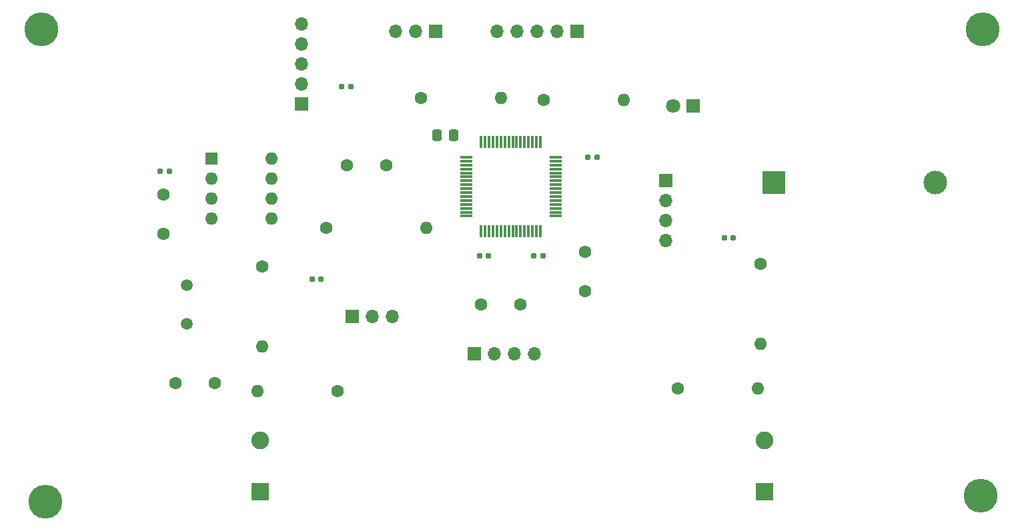
<source format=gts>
G04 #@! TF.GenerationSoftware,KiCad,Pcbnew,8.0.8*
G04 #@! TF.CreationDate,2025-02-09T14:04:56-05:00*
G04 #@! TF.ProjectId,AetherX_KiCad,41657468-6572-4585-9f4b-694361642e6b,rev?*
G04 #@! TF.SameCoordinates,Original*
G04 #@! TF.FileFunction,Soldermask,Top*
G04 #@! TF.FilePolarity,Negative*
%FSLAX46Y46*%
G04 Gerber Fmt 4.6, Leading zero omitted, Abs format (unit mm)*
G04 Created by KiCad (PCBNEW 8.0.8) date 2025-02-09 14:04:56*
%MOMM*%
%LPD*%
G01*
G04 APERTURE LIST*
G04 Aperture macros list*
%AMRoundRect*
0 Rectangle with rounded corners*
0 $1 Rounding radius*
0 $2 $3 $4 $5 $6 $7 $8 $9 X,Y pos of 4 corners*
0 Add a 4 corners polygon primitive as box body*
4,1,4,$2,$3,$4,$5,$6,$7,$8,$9,$2,$3,0*
0 Add four circle primitives for the rounded corners*
1,1,$1+$1,$2,$3*
1,1,$1+$1,$4,$5*
1,1,$1+$1,$6,$7*
1,1,$1+$1,$8,$9*
0 Add four rect primitives between the rounded corners*
20,1,$1+$1,$2,$3,$4,$5,0*
20,1,$1+$1,$4,$5,$6,$7,0*
20,1,$1+$1,$6,$7,$8,$9,0*
20,1,$1+$1,$8,$9,$2,$3,0*%
G04 Aperture macros list end*
%ADD10C,4.300000*%
%ADD11RoundRect,0.155000X-0.212500X-0.155000X0.212500X-0.155000X0.212500X0.155000X-0.212500X0.155000X0*%
%ADD12R,1.600000X1.600000*%
%ADD13O,1.600000X1.600000*%
%ADD14C,1.600000*%
%ADD15RoundRect,0.155000X0.212500X0.155000X-0.212500X0.155000X-0.212500X-0.155000X0.212500X-0.155000X0*%
%ADD16RoundRect,0.075000X-0.700000X-0.075000X0.700000X-0.075000X0.700000X0.075000X-0.700000X0.075000X0*%
%ADD17RoundRect,0.075000X-0.075000X-0.700000X0.075000X-0.700000X0.075000X0.700000X-0.075000X0.700000X0*%
%ADD18C,1.500000*%
%ADD19R,1.700000X1.700000*%
%ADD20O,1.700000X1.700000*%
%ADD21RoundRect,0.250000X0.337500X0.475000X-0.337500X0.475000X-0.337500X-0.475000X0.337500X-0.475000X0*%
%ADD22R,2.250000X2.250000*%
%ADD23C,2.250000*%
%ADD24R,1.800000X1.800000*%
%ADD25C,1.800000*%
%ADD26R,3.000000X3.000000*%
%ADD27C,3.000000*%
G04 APERTURE END LIST*
D10*
X102000000Y-69250000D03*
D11*
X136365000Y-101000000D03*
X137500000Y-101000000D03*
D12*
X123630000Y-85670000D03*
D13*
X123630000Y-88210000D03*
X123630000Y-90750000D03*
X123630000Y-93290000D03*
X131250000Y-93290000D03*
X131250000Y-90750000D03*
X131250000Y-88210000D03*
X131250000Y-85670000D03*
D14*
X165750000Y-78250000D03*
D13*
X175910000Y-78250000D03*
D15*
X165635000Y-98000000D03*
X164500000Y-98000000D03*
D16*
X155900000Y-85500000D03*
X155900000Y-86000000D03*
X155900000Y-86500000D03*
X155900000Y-87000000D03*
X155900000Y-87500000D03*
X155900000Y-88000000D03*
X155900000Y-88500000D03*
X155900000Y-89000000D03*
X155900000Y-89500000D03*
X155900000Y-90000000D03*
X155900000Y-90500000D03*
X155900000Y-91000000D03*
X155900000Y-91500000D03*
X155900000Y-92000000D03*
X155900000Y-92500000D03*
X155900000Y-93000000D03*
D17*
X157825000Y-94925000D03*
X158325000Y-94925000D03*
X158825000Y-94925000D03*
X159325000Y-94925000D03*
X159825000Y-94925000D03*
X160325000Y-94925000D03*
X160825000Y-94925000D03*
X161325000Y-94925000D03*
X161825000Y-94925000D03*
X162325000Y-94925000D03*
X162825000Y-94925000D03*
X163325000Y-94925000D03*
X163825000Y-94925000D03*
X164325000Y-94925000D03*
X164825000Y-94925000D03*
X165325000Y-94925000D03*
D16*
X167250000Y-93000000D03*
X167250000Y-92500000D03*
X167250000Y-92000000D03*
X167250000Y-91500000D03*
X167250000Y-91000000D03*
X167250000Y-90500000D03*
X167250000Y-90000000D03*
X167250000Y-89500000D03*
X167250000Y-89000000D03*
X167250000Y-88500000D03*
X167250000Y-88000000D03*
X167250000Y-87500000D03*
X167250000Y-87000000D03*
X167250000Y-86500000D03*
X167250000Y-86000000D03*
X167250000Y-85500000D03*
D17*
X165325000Y-83575000D03*
X164825000Y-83575000D03*
X164325000Y-83575000D03*
X163825000Y-83575000D03*
X163325000Y-83575000D03*
X162825000Y-83575000D03*
X162325000Y-83575000D03*
X161825000Y-83575000D03*
X161325000Y-83575000D03*
X160825000Y-83575000D03*
X160325000Y-83575000D03*
X159825000Y-83575000D03*
X159325000Y-83575000D03*
X158825000Y-83575000D03*
X158325000Y-83575000D03*
X157825000Y-83575000D03*
D14*
X182750000Y-114920000D03*
D13*
X192910000Y-114920000D03*
D15*
X158750000Y-98000000D03*
X157615000Y-98000000D03*
X118250000Y-87250000D03*
X117115000Y-87250000D03*
D14*
X139580000Y-115250000D03*
D13*
X129420000Y-115250000D03*
D18*
X120500000Y-101800000D03*
X120500000Y-106680000D03*
D19*
X181275000Y-88450000D03*
D20*
X181275000Y-90990000D03*
X181275000Y-93530000D03*
X181275000Y-96070000D03*
D21*
X154325000Y-82750000D03*
X152250000Y-82750000D03*
D14*
X117500000Y-95250000D03*
X117500000Y-90250000D03*
D19*
X152000000Y-69500000D03*
D20*
X149460000Y-69500000D03*
X146920000Y-69500000D03*
D14*
X138150000Y-94500000D03*
D13*
X150850000Y-94500000D03*
D14*
X140750000Y-86500000D03*
X145750000Y-86500000D03*
D11*
X171365000Y-85500000D03*
X172500000Y-85500000D03*
D19*
X170000000Y-69500000D03*
D20*
X167460000Y-69500000D03*
X164920000Y-69500000D03*
X162380000Y-69500000D03*
X159840000Y-69500000D03*
D14*
X162790000Y-104250000D03*
X157790000Y-104250000D03*
D22*
X129750000Y-128000000D03*
D23*
X129750000Y-121500000D03*
D14*
X193250000Y-99090000D03*
D13*
X193250000Y-109250000D03*
D10*
X102500000Y-129250000D03*
D22*
X193750000Y-128000000D03*
D23*
X193750000Y-121500000D03*
D14*
X150170000Y-78000000D03*
D13*
X160330000Y-78000000D03*
D19*
X135000000Y-78750000D03*
D20*
X135000000Y-76210000D03*
X135000000Y-73670000D03*
X135000000Y-71130000D03*
X135000000Y-68590000D03*
D11*
X188682500Y-95750000D03*
X189817500Y-95750000D03*
D10*
X221500000Y-69250000D03*
D24*
X184750000Y-79000000D03*
D25*
X182210000Y-79000000D03*
D19*
X141460000Y-105750000D03*
D20*
X144000000Y-105750000D03*
X146540000Y-105750000D03*
D26*
X195000000Y-88749999D03*
D27*
X215490000Y-88749999D03*
D11*
X140115000Y-76500000D03*
X141250000Y-76500000D03*
D14*
X171000000Y-97500000D03*
X171000000Y-102500000D03*
D10*
X221250000Y-128500000D03*
D14*
X130000000Y-99420000D03*
D13*
X130000000Y-109580000D03*
D14*
X119000000Y-114250000D03*
X124000000Y-114250000D03*
D19*
X156950000Y-110500000D03*
D20*
X159490000Y-110500000D03*
X162030000Y-110500000D03*
X164570000Y-110500000D03*
M02*

</source>
